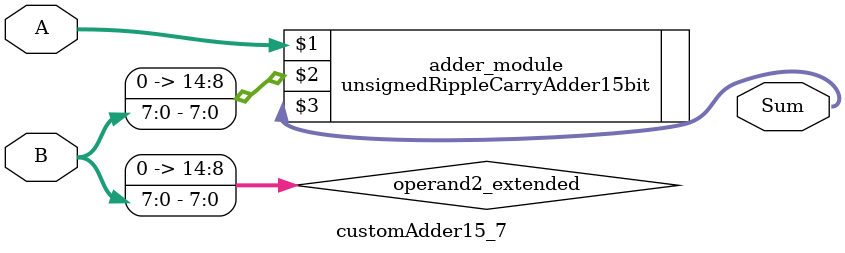
<source format=v>

module customAdder15_7(
                    input [14 : 0] A,
                    input [7 : 0] B,
                    
                    output [15 : 0] Sum
            );

    wire [14 : 0] operand2_extended;
    
    assign operand2_extended =  {7'b0, B};
    
    unsignedRippleCarryAdder15bit adder_module(
        A,
        operand2_extended,
        Sum
    );
    
endmodule
        
</source>
